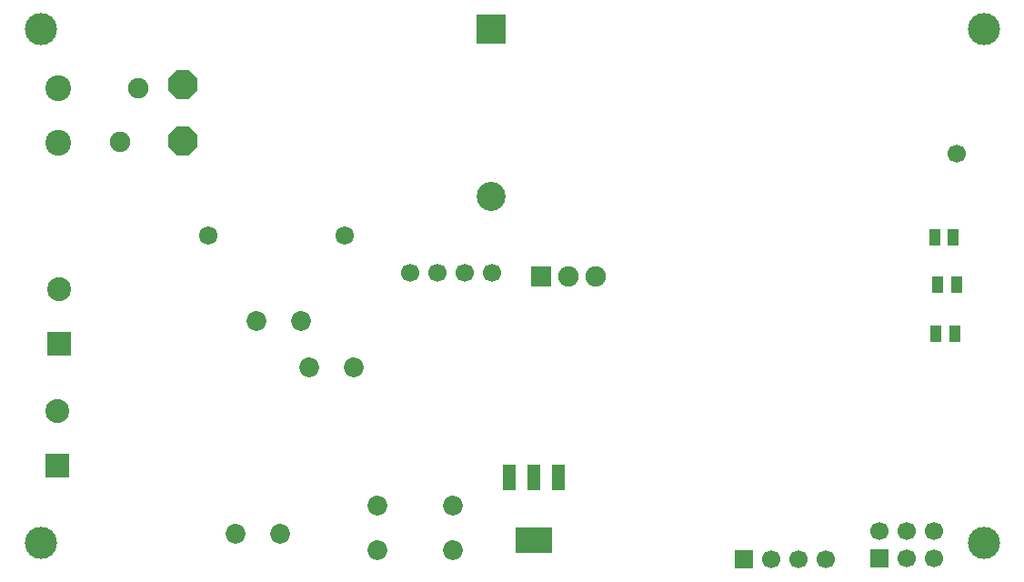
<source format=gbr>
G04 DipTrace 3.2.0.1*
G04 BottomMask.gbr*
%MOMM*%
G04 #@! TF.FileFunction,Soldermask,Bot*
G04 #@! TF.Part,Single*
%AMOUTLINE1*
4,1,8,
1.35,0.55909,
0.55909,1.35,
-0.55909,1.35,
-1.35,0.55909,
-1.35,-0.55909,
-0.55909,-1.35,
0.55909,-1.35,
1.35,-0.55909,
1.35,0.55909,
0*%
%ADD35R,1.7X1.7*%
%ADD36C,1.7*%
%ADD71C,3.0*%
%ADD81R,2.7X2.7*%
%ADD83C,2.7*%
%ADD103C,1.724*%
%ADD105C,1.724*%
%ADD109C,1.85*%
%ADD113R,3.45X2.35*%
%ADD115R,1.15X2.35*%
%ADD121C,1.7*%
%ADD124C,2.232*%
%ADD126R,2.232X2.232*%
%ADD128C,1.9*%
%ADD129R,1.9X1.9*%
%ADD132C,2.4*%
%ADD135R,1.05X1.6*%
%ADD151OUTLINE1*%
%FSLAX35Y35*%
G04*
G71*
G90*
G75*
G01*
G04 BotMask*
%LPD*%
D132*
X-6262247Y4820837D3*
Y5328837D3*
D71*
X-6423333Y1093133D3*
X-6422627Y5873317D3*
X2357197Y1093947D3*
X2357903Y5874130D3*
D35*
X1387060Y945327D3*
D36*
Y1199327D3*
X1641060Y945327D3*
Y1199327D3*
X1895060Y945327D3*
Y1199327D3*
D129*
X-1760540Y3571660D3*
D128*
X-1506540D3*
X-1252540D3*
D126*
X-6251100Y2945570D3*
D124*
Y3453570D3*
D126*
X-6271043Y1809323D3*
D124*
Y2317323D3*
D35*
X124030Y943510D3*
D36*
X378030D3*
X632030D3*
X886030D3*
D121*
X2105953Y4720437D3*
D115*
X-2062440Y1699577D3*
X-1832440D3*
X-1602440D3*
D113*
X-1832440Y1119577D3*
D135*
X1899940Y3937347D3*
X2074940D3*
X1932310Y3498177D3*
X2107310D3*
X2085730Y3043257D3*
X1910730D3*
D128*
X-5683063Y4822980D3*
X-5513063Y5322980D3*
D109*
X-3508373Y2730500D3*
X-3923373D3*
X-4413250Y3159123D3*
X-3998250D3*
X-4189770Y1179333D3*
X-4604770D3*
X-3286127Y1444627D3*
Y1029627D3*
X-2582273Y1436850D3*
Y1021850D3*
D105*
X-3587750Y3952873D3*
D103*
X-4857750D3*
D121*
X-2220510Y3605783D3*
X-2474510D3*
X-2728510D3*
X-2982510D3*
D151*
X-5097703Y4837733D3*
Y5360733D3*
D83*
X-2227703Y4317733D3*
D81*
Y5880733D3*
M02*

</source>
